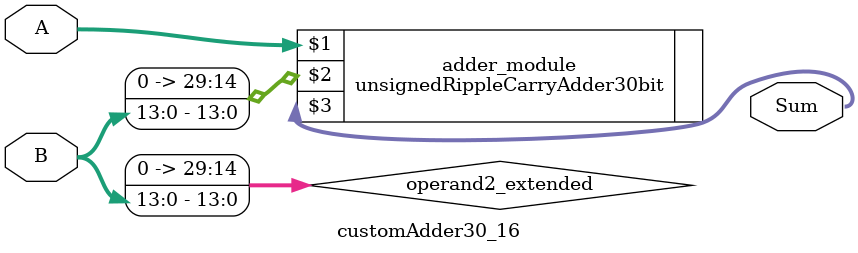
<source format=v>

module customAdder30_16(
                    input [29 : 0] A,
                    input [13 : 0] B,
                    
                    output [30 : 0] Sum
            );

    wire [29 : 0] operand2_extended;
    
    assign operand2_extended =  {16'b0, B};
    
    unsignedRippleCarryAdder30bit adder_module(
        A,
        operand2_extended,
        Sum
    );
    
endmodule
        
</source>
